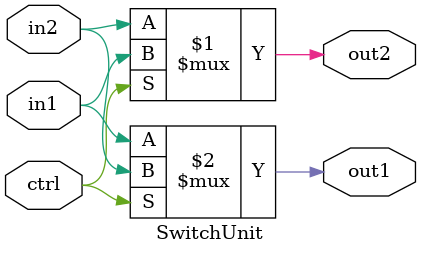
<source format=v>
`timescale 1ns / 1ps

module SwitchUnit(in1,in2,ctrl,out1,out2);

	output out1,out2;
	input in1,in2,ctrl;
	
	assign out2 = ctrl?in1:in2; //ctrl_1:CROSS, ctrl_0:BAR
	assign out1 = ctrl?in2:in1;
		
endmodule
</source>
